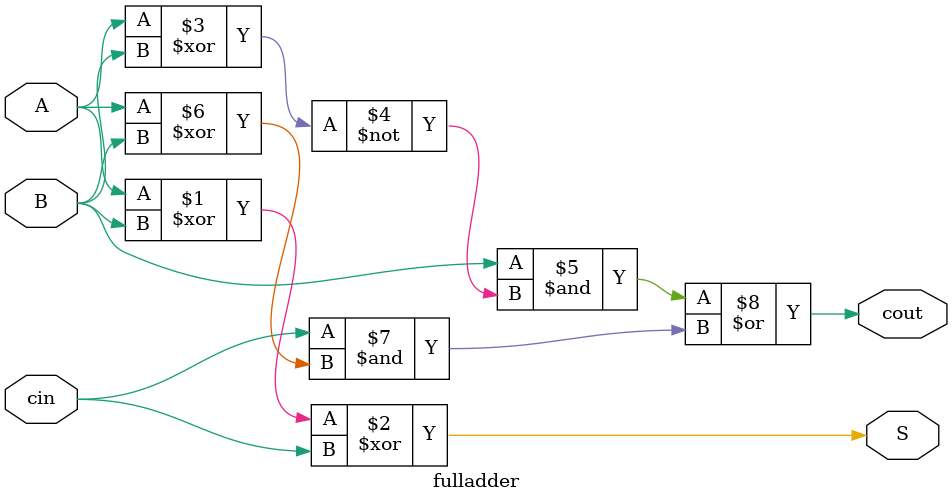
<source format=v>
module rippleadder(LEDR,SW);
   input[9:0] SW;
	output[9:0] LEDR;
	wire f1,f2,f3;
	
	fulladder u0(.A(SW[4]),
					 .B(SW[0]),
					 .cin(SW[8]),
					 .S(LEDR[0]),
					 .cout(f1));
	fulladder u1(.A(SW[5]),
					 .B(SW[1]),
					 .cin(f1),
					 .S(LEDR[1]),
					 .cout(f2));
	fulladder u2(.A(SW[6]),
					 .B(SW[2]),
					 .cin(f2),
					 .S(LEDR[2]),
					 .cout(f3));
   fulladder u3(.A(SW[7]),
					 .B(SW[3]),
					 .cin(f3),
					 .S(LEDR[3]),
					 .cout(LEDR[4]));
endmodule

module fulladder(A,B,cin,S,cout);
	input A,B,cin;
	output S,cout;
	
	assign S=(A^B)^cin;
	assign cout= B & ~(A^B)| cin & (A^B);
	
endmodule
</source>
